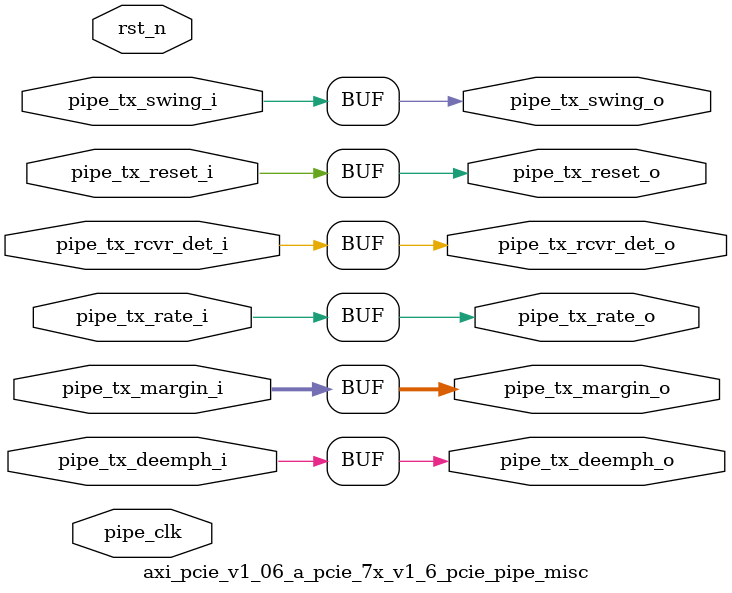
<source format=v>

`timescale 1ps/1ps

module axi_pcie_v1_06_a_pcie_7x_v1_6_pcie_pipe_misc #
(
    parameter        PIPE_PIPELINE_STAGES = 0    // 0 - 0 stages, 1 - 1 stage, 2 - 2 stages
)
(

    input   wire        pipe_tx_rcvr_det_i       ,     // PIPE Tx Receiver Detect
    input   wire        pipe_tx_reset_i          ,     // PIPE Tx Reset
    input   wire        pipe_tx_rate_i           ,     // PIPE Tx Rate
    input   wire        pipe_tx_deemph_i         ,     // PIPE Tx Deemphasis
    input   wire [2:0]  pipe_tx_margin_i         ,     // PIPE Tx Margin
    input   wire        pipe_tx_swing_i          ,     // PIPE Tx Swing

    output  wire        pipe_tx_rcvr_det_o       ,     // Pipelined PIPE Tx Receiver Detect
    output  wire        pipe_tx_reset_o          ,     // Pipelined PIPE Tx Reset
    output  wire        pipe_tx_rate_o           ,     // Pipelined PIPE Tx Rate
    output  wire        pipe_tx_deemph_o         ,     // Pipelined PIPE Tx Deemphasis
    output  wire [2:0]  pipe_tx_margin_o         ,     // Pipelined PIPE Tx Margin
    output  wire        pipe_tx_swing_o          ,     // Pipelined PIPE Tx Swing

    input   wire        pipe_clk                ,      // PIPE Clock
    input   wire        rst_n                          // Reset
);

//******************************************************************//
// Reality check.                                                   //
//******************************************************************//

    parameter TCQ  = 1;      // clock to out delay model

    reg                pipe_tx_rcvr_det_q       ;
    reg                pipe_tx_reset_q          ;
    reg                pipe_tx_rate_q           ;
    reg                pipe_tx_deemph_q         ;
    reg [2:0]          pipe_tx_margin_q         ;
    reg                pipe_tx_swing_q          ;

    reg                pipe_tx_rcvr_det_qq      ;
    reg                pipe_tx_reset_qq         ;
    reg                pipe_tx_rate_qq          ;
    reg                pipe_tx_deemph_qq        ;
    reg [2:0]          pipe_tx_margin_qq        ;
    reg                pipe_tx_swing_qq         ;

    generate

    if (PIPE_PIPELINE_STAGES == 0) begin : pipe_stages_0

        assign pipe_tx_rcvr_det_o = pipe_tx_rcvr_det_i;
        assign pipe_tx_reset_o  = pipe_tx_reset_i;
        assign pipe_tx_rate_o = pipe_tx_rate_i;
        assign pipe_tx_deemph_o = pipe_tx_deemph_i;
        assign pipe_tx_margin_o = pipe_tx_margin_i;
        assign pipe_tx_swing_o = pipe_tx_swing_i;

    end // if (PIPE_PIPELINE_STAGES == 0)
    else if (PIPE_PIPELINE_STAGES == 1) begin : pipe_stages_1

        always @(posedge pipe_clk) begin

        if (rst_n)
        begin

            pipe_tx_rcvr_det_q <= #TCQ 0;
            pipe_tx_reset_q  <= #TCQ 1'b1;
            pipe_tx_rate_q <= #TCQ 0;
            pipe_tx_deemph_q <= #TCQ 1'b1;
            pipe_tx_margin_q <= #TCQ 0;
            pipe_tx_swing_q <= #TCQ 0;

        end
        else
        begin

            pipe_tx_rcvr_det_q <= #TCQ pipe_tx_rcvr_det_i;
            pipe_tx_reset_q  <= #TCQ pipe_tx_reset_i;
            pipe_tx_rate_q <= #TCQ pipe_tx_rate_i;
            pipe_tx_deemph_q <= #TCQ pipe_tx_deemph_i;
            pipe_tx_margin_q <= #TCQ pipe_tx_margin_i;
            pipe_tx_swing_q <= #TCQ pipe_tx_swing_i;

          end

        end

        assign pipe_tx_rcvr_det_o = pipe_tx_rcvr_det_q;
        assign pipe_tx_reset_o  = pipe_tx_reset_q;
        assign pipe_tx_rate_o = pipe_tx_rate_q;
        assign pipe_tx_deemph_o = pipe_tx_deemph_q;
        assign pipe_tx_margin_o = pipe_tx_margin_q;
        assign pipe_tx_swing_o = pipe_tx_swing_q;

    end // if (PIPE_PIPELINE_STAGES == 1)
    else if (PIPE_PIPELINE_STAGES == 2) begin : pipe_stages_2

        always @(posedge pipe_clk) begin

        if (rst_n)
        begin

            pipe_tx_rcvr_det_q <= #TCQ 0;
            pipe_tx_reset_q  <= #TCQ 1'b1;
            pipe_tx_rate_q <= #TCQ 0;
            pipe_tx_deemph_q <= #TCQ 1'b1;
            pipe_tx_margin_q <= #TCQ 0;
            pipe_tx_swing_q <= #TCQ 0;

            pipe_tx_rcvr_det_qq <= #TCQ 0;
            pipe_tx_reset_qq  <= #TCQ 1'b1;
            pipe_tx_rate_qq <= #TCQ 0;
            pipe_tx_deemph_qq <= #TCQ 1'b1;
            pipe_tx_margin_qq <= #TCQ 0;
            pipe_tx_swing_qq <= #TCQ 0;

        end
        else
        begin

            pipe_tx_rcvr_det_q <= #TCQ pipe_tx_rcvr_det_i;
            pipe_tx_reset_q  <= #TCQ pipe_tx_reset_i;
            pipe_tx_rate_q <= #TCQ pipe_tx_rate_i;
            pipe_tx_deemph_q <= #TCQ pipe_tx_deemph_i;
            pipe_tx_margin_q <= #TCQ pipe_tx_margin_i;
            pipe_tx_swing_q <= #TCQ pipe_tx_swing_i;

            pipe_tx_rcvr_det_qq <= #TCQ pipe_tx_rcvr_det_q;
            pipe_tx_reset_qq  <= #TCQ pipe_tx_reset_q;
            pipe_tx_rate_qq <= #TCQ pipe_tx_rate_q;
            pipe_tx_deemph_qq <= #TCQ pipe_tx_deemph_q;
            pipe_tx_margin_qq <= #TCQ pipe_tx_margin_q;
            pipe_tx_swing_qq <= #TCQ pipe_tx_swing_q;

          end

        end

        assign pipe_tx_rcvr_det_o = pipe_tx_rcvr_det_qq;
        assign pipe_tx_reset_o  = pipe_tx_reset_qq;
        assign pipe_tx_rate_o = pipe_tx_rate_qq;
        assign pipe_tx_deemph_o = pipe_tx_deemph_qq;
        assign pipe_tx_margin_o = pipe_tx_margin_qq;
        assign pipe_tx_swing_o = pipe_tx_swing_qq;

    end // if (PIPE_PIPELINE_STAGES == 2)

    endgenerate

endmodule

</source>
